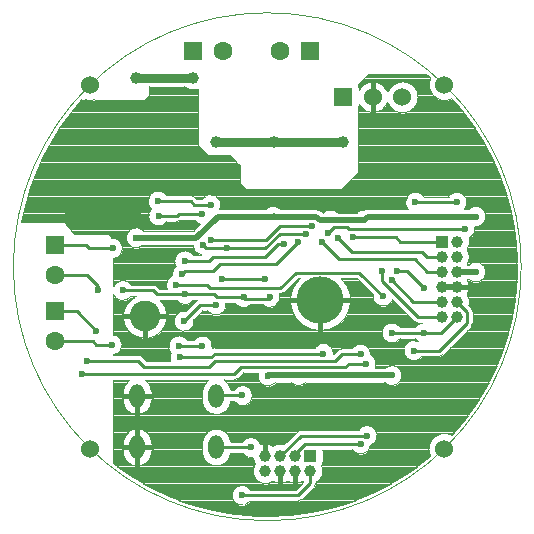
<source format=gbr>
*
*
G04 PADS 9.3 Build Number: 433611 generated Gerber (RS-274-X) file*
G04 PC Version=2.1*
*
%IN "LDC_HW_REV001.pcb"*%
*
%MOIN*%
*
%FSLAX35Y35*%
*
*
*
*
G04 PC Standard Apertures*
*
*
G04 Thermal Relief Aperture macro.*
%AMTER*
1,1,$1,0,0*
1,0,$1-$2,0,0*
21,0,$3,$4,0,0,45*
21,0,$3,$4,0,0,135*
%
*
*
G04 Annular Aperture macro.*
%AMANN*
1,1,$1,0,0*
1,0,$2,0,0*
%
*
*
G04 Odd Aperture macro.*
%AMODD*
1,1,$1,0,0*
1,0,$1-0.005,0,0*
%
*
*
G04 PC Custom Aperture Macros*
*
*
*
*
*
*
G04 PC Aperture Table*
*
%ADD010C,0.001*%
%ADD012R,0.06297X0.06297*%
%ADD013C,0.06297*%
%ADD018R,0.03937X0.03937*%
%ADD019C,0.03937*%
%ADD022O,0.05118X0.07874*%
%ADD032C,0.06*%
%ADD033R,0.06X0.06*%
%ADD035C,0.01*%
%ADD036C,0.01969*%
%ADD037C,0.0315*%
%ADD038C,0.02362*%
%ADD039C,0.00394*%
%ADD040C,0.01575*%
%ADD041C,0.15748*%
%ADD042C,0.10236*%
*
*
*
*
G04 PC Circuitry*
G04 Layer Name LDC_HW_REV001.pcb - circuitry*
%LPD*%
*
*
G04 PC Custom Flashes*
G04 Layer Name LDC_HW_REV001.pcb - flashes*
%LPD*%
*
*
G04 PC Circuitry*
G04 Layer Name LDC_HW_REV001.pcb - circuitry*
%LPD*%
*
G54D10*
G54D12*
G01X407874Y465551D03*
X323031Y400984D03*
X322835Y378937D03*
X369094Y465748D03*
G54D13*
X397874Y465551D03*
X323031Y390984D03*
X322835Y368937D03*
X379094Y465748D03*
G54D18*
X408071Y330512D03*
X451969Y401969D03*
G54D19*
X403071Y330512D03*
X398071D03*
X393071D03*
Y325512D03*
X398071D03*
X403071D03*
X408071D03*
X451969Y396969D03*
Y391969D03*
Y386969D03*
Y381969D03*
Y376969D03*
X456969D03*
Y381969D03*
Y386969D03*
Y391969D03*
Y396969D03*
Y401969D03*
X376575Y435433D03*
X396063D03*
X419094D03*
X349803Y456693D03*
X369094D03*
G54D22*
X350394Y333465D03*
X376772D03*
X350394Y350591D03*
X376772D03*
G54D32*
X334646Y454331D03*
X452756D03*
X334646Y333071D03*
X452756D03*
X428937Y450197D03*
X438780D03*
G54D33*
X419094D03*
G54D35*
X385236Y317520D02*
X403937D01*
X408071Y321654*
Y325512*
X376772Y333465D02*
X388189D01*
X398071Y330512D02*
X404961Y337402D01*
X426969*
X403071Y330512D02*
Y331287D01*
X406429Y334646*
X424803*
X331890Y357874D02*
X382681D01*
X385043Y360236*
X419643*
X420824Y361417*
X426575*
X376772Y350591D02*
Y350787D01*
X385433*
X322835Y368937D02*
X335449D01*
X336670Y367717*
X341929*
X333465Y362402D02*
X350670D01*
X352639Y360433*
X374396*
X376167Y362205*
X416196*
X418558Y364567*
X424803*
X364567Y363583D02*
X374986D01*
X376167Y364764*
X412402*
X364173Y367323D02*
X372047D01*
X442520Y365748D02*
X451050D01*
X460237Y374936*
Y378700*
X322835Y378937D02*
X330118D01*
X336614Y372441*
X365945Y375591D02*
X371260Y380906D01*
X376575*
X435236Y371654D02*
X445866D01*
X451654*
X456969Y376969*
X345472Y385827D02*
X355512D01*
X356890Y384449*
X366339*
X363386Y387598D02*
X373706D01*
X374690Y386614*
X398023*
X403141Y391732*
X424409*
X432283Y383858*
X366339Y384449D02*
X375886D01*
X376870Y383465*
X385827*
Y383071*
X394488*
Y383465*
X456969Y381969D02*
X460237Y378700D01*
X323031Y390984D02*
X333465D01*
X337205Y387244*
Y385827*
X365354Y391339D02*
X366142Y392126D01*
X375591*
X377953Y394488*
X396457*
X403937Y401969*
X366142Y395669D02*
X374282D01*
X375463Y396850*
X392913*
X397244Y401181*
X399213*
X378543Y389567D02*
X392913D01*
Y389764*
X431890Y392126D02*
Y389011D01*
X443932Y376969*
X451969*
X435236Y389173D02*
X442441Y381969D01*
X451969*
X437008Y392323D02*
X440157D01*
X445866Y386614*
X323031Y400984D02*
X333205D01*
X334386Y399803*
X342126*
X375000Y402559D02*
X393307D01*
X398031Y407283*
X408661*
X372244Y400984D02*
X373425Y399803D01*
X380315*
X393110*
X398031Y404724*
X406496*
X413976Y404921D02*
X416014Y406959D01*
X420404*
X421063Y406299*
X459646*
X411811Y401969D02*
X417618Y396161D01*
X442815*
X447008Y391969*
X451969*
X417323Y403150D02*
X421949Y398524D01*
X445285*
X446840Y396969*
X451969*
X422441Y403543D02*
X436453D01*
X438028Y401969*
X451969*
X357283Y415551D02*
X368244D01*
X369426Y414370*
X374803*
X357480Y410630D02*
X363547D01*
X364137Y411220*
X372047*
X443110Y415157D02*
X456890D01*
G54D36*
X393898Y357283D02*
X394094Y357480D01*
X404134*
X435236*
X451969Y386969D02*
X456969D01*
Y391969D02*
X463150D01*
X463189Y391929*
X350000Y403346D02*
X370079D01*
X377165Y410433*
X395669*
X327362Y410630D02*
X350984D01*
X395669Y410433D02*
X395866Y410630D01*
X396063Y410433*
X409961*
X411142Y409252*
X414764*
X425787*
X425886Y409154*
X425984Y409252*
X427165Y410433*
X463189*
G54D37*
X376575Y435433D02*
X396063D01*
X419094*
X349803Y456693D02*
X369094D01*
G54D38*
X385236Y317520D03*
X388189Y333465D03*
X426969Y337402D03*
X424803Y334646D03*
X331890Y357874D03*
X385433Y350787D03*
X393898Y357283D03*
X404134Y357480D03*
X435236D03*
X333465Y362402D03*
X341929Y367717D03*
X364567Y363583D03*
X364173Y367323D03*
X372047D03*
X412402Y364764D03*
X424803Y364567D03*
X426575Y361417D03*
X442520Y365748D03*
X336614Y372441D03*
X365945Y375591D03*
X435236Y371654D03*
X445866D03*
X337205Y385827D03*
X345472D03*
X363386Y387598D03*
X366339Y384449D03*
X376575Y380906D03*
X385827Y383465D03*
X394488D03*
X432283Y383858D03*
X445866Y386614D03*
X365354Y391339D03*
X366142Y395669D03*
X378543Y389567D03*
X392913D03*
X431890Y392126D03*
X435236Y389173D03*
X437008Y392323D03*
X463189Y391929D03*
X342126Y399803D03*
X350000Y403346D03*
X375000Y402559D03*
X372244Y400984D03*
X380315Y399803D03*
X408661Y407283D03*
X403937Y401969D03*
X399213Y401181D03*
X406496Y404724D03*
X413976Y404921D03*
X411811Y401969D03*
X417323Y403150D03*
X422441Y403543D03*
X459646Y406299D03*
X327362Y410630D03*
X357283Y415551D03*
X357480Y410630D03*
X350984D03*
X374803Y414370D03*
X372047Y411220D03*
X395669Y410433D03*
X414764Y409252D03*
X425984D03*
X443110Y415157D03*
X456890D03*
X463189Y410433D03*
G54D39*
X455261Y337658D02*
G75*
G03Y449743I-61560J56043D01*
X455213Y449751I-29J-26*
G01X448113Y456666D02*
G03X455213Y449751I4643J-2335D01*
G01X448113Y456666D02*
G03X448104Y456714I-35J18D01*
X446742Y457865I-54403J-63013*
G01X446741D02*
G03X446716Y457874I-25J-30D01*
G01X427263*
G03X427235Y457862I0J-39*
G01X424027Y454654*
G03X424016Y454627I28J-27*
G01Y454272*
G03X424021Y454253I39J0*
G01X424291Y453197D02*
G03X424021Y454253I-2197J-0D01*
G01X424291Y453197D02*
Y452687D01*
G03X424365Y452668I40J-0*
G01X433821Y451972D02*
G03X424365Y452668I-4884J-1775D01*
G01X433821Y451972D02*
G03X433895I37J14D01*
G01Y448422D02*
G03Y451972I4885J1775D01*
G01Y448422D02*
G03X433821I-37J-14D01*
G01X424365Y447726D02*
G03X433821Y448422I4572J2471D01*
G01X424365Y447726D02*
G03X424291Y447707I-34J-19D01*
G01Y447197*
X424021Y446140D02*
G03X424291Y447197I-1927J1057D01*
G01X424021Y446140D02*
G03X424016Y446121I34J-19D01*
G01Y425312*
X418192Y419488*
X386729*
X384449Y421769*
Y427658*
G03X384437Y427686I-40J0*
G01X381229Y430894*
G03X381201Y430906I-28J-28*
G01X373934*
X370669Y434170*
Y452779*
G03X370616Y452815I-39J-0*
G01X366187Y453710D02*
G03X370616Y452815I2907J2983D01*
G01X366187Y453710D02*
G03X366160Y453721I-27J-28D01*
G01X354370*
G03X354331Y453682I0J-39*
G01Y451107*
X352845Y449409*
X336322*
G03X336309Y449407I0J-39*
G01X332982D02*
G03X336309I1664J4924D01*
G01X332982D02*
G03X332969Y449409I-13J-37D01*
G01X331856*
G03X331827Y449396I0J-39*
X311780Y408511I61874J-55695*
X311819Y408465I39J-7*
G01X326072*
X329407Y404738*
G03X329436Y404724I29J26*
G01X340851*
X341922Y403194*
G03X341956Y403177I32J22*
G01X342359Y396433D02*
G03X341956Y403177I-233J3370D01*
G01X342359Y396433D02*
G03X342323Y396394I3J-39D01*
G01Y387243*
G03X342398Y387226I39J-0*
G01X348256Y387741D02*
G03X342398Y387226I-2784J-1914D01*
G01X348256Y387741D02*
G03X348288Y387724I32J22D01*
G01X355512*
X356853Y387168D02*
G03X355512Y387724I-1341J-1341D01*
G01X356853Y387168D02*
X357664Y386357D01*
G03X357692Y386346I28J28*
G01X360191*
G03X360228Y386399I0J39*
G01X362010Y390683D02*
G03X360228Y386399I1376J-3085D01*
G01X362010Y390683D02*
G03X362032Y390726I-16J36D01*
G01X363201Y393941D02*
G03X362032Y390726I2153J-2602D01*
G01X363201Y393941D02*
G03X363210Y393991I-25J31D01*
G01X368925Y397583D02*
G03X363210Y393991I-2783J-1914D01*
G01X368925Y397583D02*
G03X368958Y397566I33J23D01*
G01X371732*
G03X371738Y397644I-0J40*
G01X368867Y400927D02*
G03X371738Y397644I3377J57D01*
G01X368867Y400927D02*
G03X368827Y400965I-40J-1D01*
G01X352412*
G03X352385Y400954I0J-39*
G01Y405739D02*
G03Y400954I-2385J-2393D01*
G01Y405739D02*
G03X352412Y405728I27J28D01*
G01X369076*
G03X369104Y405739I0J39*
G01X371243Y407878*
G03X371225Y407944I-28J28*
G01X369264Y409307D02*
G03X371225Y407944I2783J1913D01*
G01X369264Y409307D02*
G03X369231Y409324I-33J-23D01*
G01X364939*
G03X364912Y409312I0J-40*
G01X364888Y409289*
X363547Y408733D02*
G03X364888Y409289I-0J1897D01*
G01X363547Y408733D02*
X360296D01*
G03X360264Y408716I0J-39*
G01X355043Y412969D02*
G03X360264Y408716I2437J-2339D01*
G01X355043Y412969D02*
G03X355041Y413025I-29J27D01*
G01X360067Y417465D02*
G03X355041Y413025I-2784J-1914D01*
G01X360067Y417465D02*
G03X360099Y417448I32J22D01*
G01X368244*
X369586Y416892D02*
G03X368244Y417448I-1342J-1341D01*
G01X369586Y416892D02*
X370200Y416278D01*
G03X370228Y416267I28J28*
G01X371987*
G03X372020Y416284I0J39*
G01X377830Y412871D02*
G03X372020Y416284I-3027J1499D01*
G01X377830Y412871D02*
G03X377866Y412814I36J-17D01*
G01X393257*
G03X393285Y412826I-0J40*
G01X398054D02*
G03X393285I-2385J-2393D01*
G01X398054D02*
G03X398082Y412814I28J28D01*
G01X409961*
X411645Y412117D02*
G03X409961Y412814I-1684J-1684D01*
G01X411645Y412117D02*
X412117Y411645D01*
G03X412145Y411633I28J27*
G01X412351*
G03X412379Y411645I0J39*
G01X417148D02*
G03X412379I-2384J-2393D01*
G01X417148D02*
G03X417176Y411633I28J27D01*
G01X423572*
G03X423600Y411645I-0J39*
G01X426217Y412622D02*
G03X423600Y411645I-233J-3370D01*
G01X426217Y412622D02*
G03X426235Y412625I3J39D01*
G01X427165Y412814D02*
G03X426235Y412625I0J-2381D01*
G01X427165Y412814D02*
X440586D01*
G03X440615Y412880I0J40*
G01X445894Y417071D02*
G03X440615Y412880I-2784J-1914D01*
G01X445894Y417071D02*
G03X445926Y417054I32J23D01*
G01X454074*
G03X454106Y417071I-0J40*
G01X459385Y412880D02*
G03X454106Y417071I-2495J2277D01*
G01X459385Y412880D02*
G03X459414Y412814I29J-26D01*
G01X460777*
G03X460804Y412826I-0J40*
G01X462988Y407061D02*
G03X460804Y412826I201J3372D01*
G01X462988Y407061D02*
G03X462947Y407013I-2J-39D01*
G01X460985Y403198D02*
G03X462947Y407013I-1339J3101D01*
G01X460985Y403198D02*
G03X460963Y403151I15J-36D01*
G01X460318Y399492D02*
G03X460963Y403151I-3349J2477D01*
G01X460318Y399492D02*
G03Y399445I31J-23D01*
G01Y394492D02*
G03Y399445I-3349J2477D01*
G01Y394492D02*
G03Y394445I31J-23D01*
G01X460374Y394366D02*
G03X460318Y394445I-3405J-2397D01*
G01X460374Y394366D02*
G03X460407Y394350I33J23D01*
G01X460817*
G03X460844Y394361I-0J39*
G01X460766Y389575D02*
G03X460844Y394361I2423J2354D01*
G01X460766Y389575D02*
G03X460738Y389587I-28J-27D01*
G01X460407*
G03X460374Y389571I-0J-39*
G01X460318Y389492D02*
G03X460374Y389571I-3349J2477D01*
G01X460318Y389492D02*
G03Y389445I31J-23D01*
G01Y384492D02*
G03Y389445I-3349J2477D01*
G01Y384492D02*
G03Y384445I31J-23D01*
G01X460939Y380710D02*
G03X460318Y384445I-3970J1259D01*
G01X460939Y380710D02*
G03X460949Y380671I38J-12D01*
G01X461578Y380041*
X462134Y378700D02*
G03X461578Y380041I-1897J0D01*
G01X462134Y378700D02*
Y374936D01*
X461578Y373594D02*
G03X462134Y374936I-1341J1342D01*
G01X461578Y373594D02*
X452391Y364407D01*
X451050Y363851D02*
G03X452391Y364407I-0J1897D01*
G01X451050Y363851D02*
X445336D01*
G03X445303Y363834I-0J-39*
G01X443830Y368862D02*
G03X445303Y363834I-1310J-3114D01*
G01X443830Y368862D02*
G03X443868Y368930I15J36D01*
G01X443083Y369740D02*
G03X443868Y368930I2783J1914D01*
G01X443083Y369740D02*
G03X443050Y369757I-33J-23D01*
G01X438052*
G03X438020Y369740I0J-40*
G01Y373567D02*
G03Y369740I-2784J-1913D01*
G01Y373567D02*
G03X438052Y373550I32J23D01*
G01X443050*
G03X443083Y373567I0J40*
G01X445360Y374993D02*
G03X443083Y373567I506J-3339D01*
G01X445360Y374993D02*
G03X445354Y375072I-6J39D01*
G01X443932*
X442591Y375627D02*
G03X443932Y375072I1341J1342D01*
G01X442591Y375627D02*
X435517Y382701D01*
G03X435452Y382687I-28J-27*
G01X428962Y384473D02*
G03X435452Y382687I3321J-615D01*
G01X428962Y384473D02*
G03X428951Y384508I-39J7D01*
G01X423635Y389824*
G03X423607Y389835I-28J-28*
G01X418396*
G03X418369Y389768I-0J-39*
G01X404466D02*
G03X418369I6951J-7288D01*
G01X404466D02*
G03X404439Y389835I-27J28D01*
G01X403943*
G03X403916Y389824I0J-39*
G01X399365Y385273*
X398023Y384717D02*
G03X399365Y385273I0J1897D01*
G01X398023Y384717D02*
X397683D01*
G03X397646Y384664I-0J-39*
G01X392017Y381161D02*
G03X397646Y384664I2471J2304D01*
G01X392017Y381161D02*
G03X391988Y381174I-29J-26D01*
G01X388327*
G03X388298Y381161I-0J-39*
G01X383043Y381551D02*
G03X388298Y381161I2784J1914D01*
G01X383043Y381551D02*
G03X383011Y381568I-32J-23D01*
G01X379935*
G03X379896Y381521I-0J-40*
G01X373791Y378992D02*
G03X379896Y381521I2784J1914D01*
G01X373791Y378992D02*
G03X373759Y379009I-32J-23D01*
G01X372062*
G03X372034Y378997I-0J-40*
G01X369277Y376240*
G03X369266Y376205I28J-27*
G01X366560Y378912D02*
G03X369266Y376205I-615J-3321D01*
G01X366560Y378912D02*
G03X366595Y378923I7J39D01*
G01X369919Y382247*
X370202Y382480D02*
G03X369919Y382247I1058J-1574D01*
G01X370202Y382480D02*
G03X370180Y382552I-22J33D01*
G01X369154*
G03X369122Y382535I0J-39*
G01X363555D02*
G03X369122I2784J1914D01*
G01X363555D02*
G03X363523Y382552I-32J-22D01*
G01X358002*
G03X357975Y382484I-0J-39*
G01X349992Y383855D02*
G03X357975Y382484I2961J-6690D01*
G01X349992Y383855D02*
G03X349976Y383930I-16J36D01*
G01X348288*
G03X348256Y383913I0J-39*
G01X342398Y384427D02*
G03X348256Y383913I3074J1400D01*
G01X342398Y384427D02*
G03X342323Y384411I-36J-16D01*
G01Y371106*
G03X342357Y371067I39J0*
G01X342436Y364377D02*
G03X342357Y371067I-507J3340D01*
G01X342436Y364377D02*
G03X342441Y364298I5J-39D01*
G01X350670*
X352012Y363743D02*
G03X350670Y364298I-1342J-1341D01*
G01X352012Y363743D02*
X353413Y362341D01*
G03X353441Y362330I28J28*
G01X361372*
G03X361409Y362383I0J39*
G01X361567Y365136D02*
G03X361409Y362383I3000J-1553D01*
G01X361567Y365136D02*
G03X361563Y365179I-35J18D01*
G01X366957Y369237D02*
G03X361563Y365179I-2784J-1914D01*
G01X366957Y369237D02*
G03X366989Y369220I32J22D01*
G01X369231*
G03X369264Y369237I0J39*
G01X375333Y366538D02*
G03X369264Y369237I-3286J785D01*
G01X375333Y366538D02*
G03X375387Y366493I38J-9D01*
G01X376167Y366661D02*
G03X375387Y366493I0J-1897D01*
G01X376167Y366661D02*
X409586D01*
G03X409618Y366678I-0J39*
G01X415774Y364562D02*
G03X409618Y366678I-3372J202D01*
G01X415774Y364562D02*
G03X415841Y364532I39J-2D01*
G01X417217Y365908*
X418558Y366464D02*
G03X417217Y365908I0J-1897D01*
G01X418558Y366464D02*
X421987D01*
G03X422020Y366481I0J39*
G01X428178Y364416D02*
G03X422020Y366481I-3375J151D01*
G01X428178Y364416D02*
G03X428198Y364380I39J-2D01*
G01X429602Y359918D02*
G03X428198Y364380I-3027J1499D01*
G01X429602Y359918D02*
G03X429637Y359861I35J-17D01*
G01X432824*
G03X432852Y359873I-0J40*
G01Y355088D02*
G03Y359873I2384J2392D01*
G01Y355088D02*
G03X432824Y355099I-28J-28D01*
G01X406546*
G03X406518Y355088I0J-39*
G01X401749D02*
G03X406518I2385J2392D01*
G01X401749D02*
G03X401722Y355099I-27J-28D01*
G01X396493*
G03X396463Y355085I-0J-39*
G01X390673Y358288D02*
G03X396463Y355085I3225J-1005D01*
G01X390673Y358288D02*
G03X390635Y358339I-38J12D01*
G01X385845*
G03X385817Y358328I-0J-39*
G01X384022Y356533*
X382681Y355977D02*
G03X384022Y356533I-0J1897D01*
G01X382681Y355977D02*
X379462D01*
G03X379440Y355905I0J-39*
G01X381468Y352717D02*
G03X379440Y355905I-4696J-748D01*
G01X381468Y352717D02*
G03X381507Y352684I39J7D01*
G01X382617*
G03X382650Y352701I0J40*
G01Y348873D02*
G03Y352701I2783J1914D01*
G01Y348873D02*
G03X382617Y348891I-33J-22D01*
G01X381553*
G03X381514Y348854I0J-40*
G01X372016Y349213D02*
G03X381514Y348854I4756J-0D01*
G01X372016Y349213D02*
Y351969D01*
X374103Y355905D02*
G03X372016Y351969I2669J-3936D01*
G01X374103Y355905D02*
G03X374081Y355977I-22J33D01*
G01X353084*
G03X353062Y355905I0J-39*
G01X355150Y351969D02*
G03X353062Y355905I-4756J-0D01*
G01X355150Y351969D02*
Y349213D01*
X345638D02*
G03X355150I4756J-0D01*
G01X345638D02*
Y351969D01*
X347725Y355905D02*
G03X345638Y351969I2669J-3936D01*
G01X347725Y355905D02*
G03X347703Y355977I-22J33D01*
G01X342362*
G03X342323Y355938I0J-39*
G01Y328217*
G03X342338Y328186I39J-0*
X448104Y330688I51363J65515*
X448113Y330735I-26J30*
G01X455213Y337650D02*
G03X448113Y330735I-2457J-4579D01*
G01X455213Y337650D02*
G03X455261Y337658I19J35D01*
G01X428179Y334248D02*
G03X424185Y339316I-1210J3154D01*
G01X428179Y334248D02*
G03X428154Y334216I14J-37D01*
G01X422020Y332732D02*
G03X428154Y334216I2783J1914D01*
G01X422020Y332732D02*
G03X421987Y332749I-33J-23D01*
G01X412264*
G03X412225Y332705I-0J-40*
G01X412236Y332480D02*
G03X412225Y332705I-2197J0D01*
G01X412236Y332480D02*
Y328543D01*
X411853Y327303D02*
G03X412236Y328543I-1814J1240D01*
G01X411853Y327303D02*
G03X411850Y327264I32J-22D01*
G01X409989Y321814D02*
G03X411850Y327264I-1918J3698D01*
G01X409989Y321814D02*
G03X409968Y321779I18J-35D01*
G01Y321654*
X409412Y320312D02*
G03X409968Y321654I-1341J1342D01*
G01X409412Y320312D02*
X405278Y316178D01*
X403937Y315623D02*
G03X405278Y316178I0J1897D01*
G01X403937Y315623D02*
X388052D01*
G03X388020Y315606I0J-40*
G01Y319434D02*
G03Y315606I-2784J-1914D01*
G01Y319434D02*
G03X388052Y319417I32J22D01*
G01X403135*
G03X403163Y319428I-0J39*
G01X405739Y322004*
G03X405733Y322064I-28J28*
G01X405594Y322163D02*
G03X405733Y322064I2477J3349D01*
G01X405594Y322163D02*
G03X405547I-23J-32D01*
G01X400594D02*
G03X405547I2477J3349D01*
G01X400594D02*
G03X400547I-23J-32D01*
G01X395594D02*
G03X400547I2477J3349D01*
G01X395594D02*
G03X395547I-23J-32D01*
G01X389722Y327988D02*
G03X395547Y322163I3349J-2476D01*
G01X389722Y327988D02*
G03Y328035I-32J24D01*
G01X388924Y330122D02*
G03X389722Y328035I4147J390D01*
G01X388924Y330122D02*
G03X388877Y330157I-39J-3D01*
G01X385406Y331551D02*
G03X388877Y330157I2783J1914D01*
G01X385406Y331551D02*
G03X385373Y331568I-33J-23D01*
G01X381534*
G03X381495Y331533I0J-40*
G01X372016Y332087D02*
G03X381495Y331533I4756J-0D01*
G01X372016Y332087D02*
Y334843D01*
X381495Y335396D02*
G03X372016Y334843I-4723J-553D01*
G01X381495Y335396D02*
G03X381534Y335361I39J5D01*
G01X385373*
G03X385406Y335379I0J40*
G01X391437Y334391D02*
G03X385406Y335378I-3248J-926D01*
G01X391437Y334391D02*
G03X391490Y334366I38J11D01*
G01X395547Y333861D02*
G03X391490Y334366I-2476J-3349D01*
G01X395547Y333861D02*
G03X395594I24J32D01*
G01X399329Y334483D02*
G03X395594Y333861I-1258J-3971D01*
G01X399329Y334483D02*
G03X399369Y334492I12J37D01*
G01X403619Y338743*
X404961Y339298D02*
G03X403619Y338743I-0J-1896D01*
G01X404961Y339298D02*
X424153D01*
G03X424185Y339316I-0J40*
G01X355150Y334843D02*
Y332087D01*
X345638D02*
G03X355150I4756J-0D01*
G01X345638D02*
Y334843D01*
X355150D02*
G03X345638I-4756J-0D01*
G01X466054Y393718D02*
X476950D01*
X466247Y393364D02*
X476949D01*
X465800Y394073D02*
X476949D01*
X466389Y393010D02*
X476947D01*
X465463Y394427D02*
X476946D01*
X466488Y392655D02*
X476943D01*
X464999Y394781D02*
X476943D01*
X466546Y392301D02*
X476938D01*
X464251Y395136D02*
X476937D01*
X466567Y391947D02*
X476931D01*
X460863Y395490D02*
X476930D01*
X466550Y391592D02*
X476923D01*
X460979Y395844D02*
X476922D01*
X466496Y391238D02*
X476913D01*
X461062Y396199D02*
X476912D01*
X466401Y390884D02*
X476902D01*
X461113Y396553D02*
X476901D01*
X466263Y390529D02*
X476889D01*
X461133Y396907D02*
X476888D01*
X466076Y390175D02*
X476875D01*
X461124Y397262D02*
X476873D01*
X465828Y389821D02*
X476859D01*
X461083Y397616D02*
X476857D01*
X465501Y389466D02*
X476842D01*
X461012Y397970D02*
X476840D01*
X465053Y389112D02*
X476823D01*
X460907Y398325D02*
X476821D01*
X464352Y388758D02*
X476803D01*
X460766Y398679D02*
X476801D01*
X460879Y388403D02*
X476781D01*
X460586Y399033D02*
X476779D01*
X460991Y388049D02*
X476758D01*
X460359Y399388D02*
X476755D01*
X461070Y387695D02*
X476733D01*
X460489Y399742D02*
X476730D01*
X461117Y387340D02*
X476706D01*
X460689Y400096D02*
X476704D01*
X461134Y386986D02*
X476678D01*
X460847Y400451D02*
X476675D01*
X461120Y386632D02*
X476649D01*
X460968Y400805D02*
X476646D01*
X461076Y386277D02*
X476618D01*
X461055Y401159D02*
X476615D01*
X461001Y385923D02*
X476585D01*
X461109Y401514D02*
X476582D01*
X460892Y385569D02*
X476551D01*
X461133Y401868D02*
X476548D01*
X460747Y385214D02*
X476516D01*
X461126Y402222D02*
X476512D01*
X460561Y384860D02*
X476479D01*
X461089Y402577D02*
X476475D01*
X460328Y384506D02*
X476440D01*
X461021Y402931D02*
X476436D01*
X460516Y384151D02*
X476400D01*
X461171Y403285D02*
X476396D01*
X460711Y383797D02*
X476358D01*
X461728Y403640D02*
X476354D01*
X460864Y383443D02*
X476315D01*
X462115Y403994D02*
X476311D01*
X460980Y383088D02*
X476270D01*
X462403Y404348D02*
X476266D01*
X461063Y382734D02*
X476224D01*
X462623Y404703D02*
X476219D01*
X461114Y382380D02*
X476176D01*
X462787Y405057D02*
X476171D01*
X461133Y382025D02*
X476127D01*
X462905Y405411D02*
X476122D01*
X461123Y381671D02*
X476076D01*
X462981Y405766D02*
X476071D01*
X461083Y381317D02*
X476023D01*
X463019Y406120D02*
X476018D01*
X461011Y380962D02*
X475969D01*
X463019Y406474D02*
X475964D01*
X461011Y380608D02*
X475914D01*
X462982Y406829D02*
X475908D01*
X461366Y380254D02*
X475856D01*
X464110Y407183D02*
X475851D01*
X461706Y379899D02*
X475798D01*
X464928Y407537D02*
X475792D01*
X461935Y379545D02*
X475737D01*
X465414Y407892D02*
X475731D01*
X462069Y379191D02*
X475675D01*
X465763Y408246D02*
X475669D01*
X462129Y378837D02*
X475612D01*
X466027Y408600D02*
X475605D01*
X462134Y378482D02*
X475547D01*
X466226Y408955D02*
X475540D01*
X462134Y378128D02*
X475480D01*
X466374Y409309D02*
X475473D01*
X462134Y377774D02*
X475412D01*
X466478Y409663D02*
X475405D01*
X462134Y377419D02*
X475342D01*
X466541Y410018D02*
X475335D01*
X462134Y377065D02*
X475270D01*
X466566Y410372D02*
X475263D01*
X462134Y376711D02*
X475197D01*
X466554Y410726D02*
X475190D01*
X462134Y376356D02*
X475123D01*
X466504Y411081D02*
X475115D01*
X462134Y376002D02*
X475046D01*
X466415Y411435D02*
X475039D01*
X462134Y375648D02*
X474969D01*
X466283Y411789D02*
X474961D01*
X462134Y375293D02*
X474889D01*
X466102Y412144D02*
X474881D01*
X462134Y374939D02*
X474808D01*
X465862Y412498D02*
X474800D01*
X462101Y374585D02*
X474725D01*
X465547Y412852D02*
X474717D01*
X461998Y374230D02*
X474641D01*
X465117Y413207D02*
X474632D01*
X461810Y373876D02*
X474555D01*
X464465Y413561D02*
X474546D01*
X461506Y373522D02*
X474467D01*
X460031Y413915D02*
X474458D01*
X461151Y373167D02*
X474378D01*
X460149Y414270D02*
X474369D01*
X460797Y372813D02*
X474287D01*
X460225Y414624D02*
X474277D01*
X460443Y372459D02*
X474194D01*
X460263Y414978D02*
X474185D01*
X460088Y372104D02*
X474099D01*
X460263Y415333D02*
X474090D01*
X459734Y371750D02*
X474003D01*
X460226Y415687D02*
X473994D01*
X459380Y371396D02*
X473906D01*
X460150Y416041D02*
X473896D01*
X459025Y371041D02*
X473806D01*
X460033Y416396D02*
X473796D01*
X458671Y370687D02*
X473705D01*
X459869Y416750D02*
X473695D01*
X458317Y370333D02*
X473603D01*
X459650Y417104D02*
X473592D01*
X457962Y369978D02*
X473498D01*
X459363Y417459D02*
X473488D01*
X457608Y369624D02*
X473392D01*
X458978Y417813D02*
X473381D01*
X457254Y369270D02*
X473284D01*
X458423Y418167D02*
X473273D01*
X456899Y368915D02*
X473174D01*
X457196Y418522D02*
X473163D01*
X456545Y368561D02*
X473063D01*
X357881Y418876D02*
X473052D01*
X456191Y368207D02*
X472950D01*
X314463Y419230D02*
X472938D01*
X455836Y367852D02*
X472835D01*
X418288Y419585D02*
X472823D01*
X455482Y367498D02*
X472718D01*
X418642Y419939D02*
X472707D01*
X455128Y367144D02*
X472600D01*
X418997Y420293D02*
X472588D01*
X454773Y366789D02*
X472480D01*
X419351Y420648D02*
X472468D01*
X454419Y366435D02*
X472358D01*
X419705Y421002D02*
X472346D01*
X454065Y366081D02*
X472234D01*
X420060Y421356D02*
X472222D01*
X453710Y365726D02*
X472109D01*
X420414Y421711D02*
X472096D01*
X453356Y365372D02*
X471981D01*
X420768Y422065D02*
X471969D01*
X453002Y365018D02*
X471852D01*
X421123Y422419D02*
X471839D01*
X452647Y364663D02*
X471721D01*
X421477Y422774D02*
X471708D01*
X452285Y364309D02*
X471588D01*
X421831Y423128D02*
X471575D01*
X451667Y363955D02*
X471454D01*
X422186Y423482D02*
X471440D01*
X445127Y363600D02*
X471317D01*
X422540Y423837D02*
X471304D01*
X444789Y363246D02*
X471179D01*
X422894Y424191D02*
X471165D01*
X444323Y362892D02*
X471039D01*
X423249Y424545D02*
X471025D01*
X443569Y362537D02*
X470897D01*
X423603Y424899D02*
X470882D01*
X429865Y362183D02*
X470753D01*
X423957Y425254D02*
X470738D01*
X429928Y361829D02*
X470607D01*
X424016Y425608D02*
X470592D01*
X429952Y361474D02*
X470459D01*
X424016Y425962D02*
X470444D01*
X429940Y361120D02*
X470309D01*
X424016Y426317D02*
X470294D01*
X436022Y360766D02*
X470158D01*
X424016Y426671D02*
X470142D01*
X436916Y360411D02*
X470004D01*
X424016Y427025D02*
X469989D01*
X437421Y360057D02*
X469848D01*
X424016Y427380D02*
X469833D01*
X437780Y359703D02*
X469691D01*
X424016Y427734D02*
X469675D01*
X438051Y359348D02*
X469531D01*
X424016Y428088D02*
X469515D01*
X438256Y358994D02*
X469370D01*
X424016Y428443D02*
X469354D01*
X438409Y358640D02*
X469206D01*
X424016Y428797D02*
X469190D01*
X438517Y358285D02*
X469041D01*
X424016Y429151D02*
X469024D01*
X438584Y357931D02*
X468873D01*
X424016Y429506D02*
X468856D01*
X438613Y357577D02*
X468704D01*
X424016Y429860D02*
X468687D01*
X438604Y357222D02*
X468532D01*
X424016Y430214D02*
X468515D01*
X438558Y356868D02*
X468358D01*
X424016Y430569D02*
X468341D01*
X438473Y356514D02*
X468182D01*
X424016Y430923D02*
X468165D01*
X438345Y356159D02*
X468004D01*
X424016Y431277D02*
X467986D01*
X438169Y355805D02*
X467824D01*
X424016Y431632D02*
X467806D01*
X437936Y355451D02*
X467642D01*
X424016Y431986D02*
X467624D01*
X437629Y355096D02*
X467458D01*
X424016Y432340D02*
X467439D01*
X437214Y354742D02*
X467271D01*
X424016Y432695D02*
X467252D01*
X436595Y354388D02*
X467082D01*
X424016Y433049D02*
X467063D01*
X394818Y354033D02*
X466891D01*
X424016Y433403D02*
X466872D01*
X387179Y353679D02*
X466698D01*
X424016Y433758D02*
X466679D01*
X387663Y353325D02*
X466503D01*
X424016Y434112D02*
X466483D01*
X388011Y352970D02*
X466305D01*
X424016Y434466D02*
X466285D01*
X388273Y352616D02*
X466105D01*
X424016Y434821D02*
X466085D01*
X388472Y352262D02*
X465903D01*
X424016Y435175D02*
X465883D01*
X388620Y351907D02*
X465699D01*
X424016Y435529D02*
X465678D01*
X388723Y351553D02*
X465492D01*
X424016Y435884D02*
X465471D01*
X388786Y351199D02*
X465282D01*
X424016Y436238D02*
X465262D01*
X388811Y350844D02*
X465071D01*
X424016Y436592D02*
X465050D01*
X388798Y350490D02*
X464857D01*
X424016Y436947D02*
X464836D01*
X388748Y350136D02*
X464641D01*
X424016Y437301D02*
X464619D01*
X388658Y349781D02*
X464422D01*
X424016Y437655D02*
X464400D01*
X388525Y349427D02*
X464200D01*
X424016Y438010D02*
X464178D01*
X388343Y349073D02*
X463977D01*
X424016Y438364D02*
X463954D01*
X388103Y348718D02*
X463750D01*
X424016Y438718D02*
X463728D01*
X387786Y348364D02*
X463522D01*
X424016Y439073D02*
X463499D01*
X387355Y348010D02*
X463290D01*
X424016Y439427D02*
X463267D01*
X386698Y347655D02*
X463056D01*
X424016Y439781D02*
X463033D01*
X381127Y347301D02*
X462820D01*
X424016Y440136D02*
X462796D01*
X380953Y346947D02*
X462581D01*
X424016Y440490D02*
X462557D01*
X380741Y346592D02*
X462339D01*
X424016Y440844D02*
X462315D01*
X460709Y395136D02*
X462127D01*
X380483Y346238D02*
X462094D01*
X424016Y441199D02*
X462070D01*
X460730Y388758D02*
X462026D01*
X459867Y413561D02*
X461913D01*
X380168Y345884D02*
X461847D01*
X424016Y441553D02*
X461822D01*
X379780Y345529D02*
X461597D01*
X424016Y441907D02*
X461572D01*
X460513Y394781D02*
X461379D01*
X379285Y345175D02*
X461344D01*
X460540Y389112D02*
X461325D01*
X424016Y442262D02*
X461319D01*
X459647Y413207D02*
X461261D01*
X378597Y344821D02*
X461089D01*
X424016Y442616D02*
X461063D01*
X460331Y394427D02*
X460915D01*
X460310Y389466D02*
X460877D01*
X459374Y412852D02*
X460831D01*
X377076Y344466D02*
X460830D01*
X424016Y442970D02*
X460804D01*
X342323Y344112D02*
X460569D01*
X424016Y443325D02*
X460543D01*
X342323Y343758D02*
X460305D01*
X424016Y443679D02*
X460278D01*
X342323Y343403D02*
X460037D01*
X424016Y444033D02*
X460011D01*
X342323Y343049D02*
X459767D01*
X424016Y444388D02*
X459740D01*
X342323Y342695D02*
X459494D01*
X424016Y444742D02*
X459467D01*
X342323Y342340D02*
X459218D01*
X439776Y445096D02*
X459190D01*
X342323Y341986D02*
X458938D01*
X440896Y445451D02*
X458911D01*
X342323Y341632D02*
X458656D01*
X441558Y445805D02*
X458628D01*
X342323Y341277D02*
X458370D01*
X442052Y446159D02*
X458342D01*
X342323Y340923D02*
X458082D01*
X442446Y446514D02*
X458053D01*
X428143Y340569D02*
X457789D01*
X442770Y446868D02*
X457760D01*
X428839Y340214D02*
X457494D01*
X443041Y447222D02*
X457464D01*
X429285Y339860D02*
X457195D01*
X443268Y447577D02*
X457165D01*
X429611Y339506D02*
X456893D01*
X443456Y447931D02*
X456863D01*
X429858Y339151D02*
X456587D01*
X443416Y418522D02*
X456584D01*
X443612Y448285D02*
X456557D01*
X430045Y338797D02*
X456278D01*
X443738Y448640D02*
X456247D01*
X430182Y338443D02*
X455966D01*
X443835Y448994D02*
X455934D01*
X454109Y338088D02*
X455649D01*
X454233Y449348D02*
X455618D01*
X444644Y418167D02*
X455356D01*
X455050Y337734D02*
X455329D01*
X455120Y449703D02*
X455297D01*
X445198Y417813D02*
X454802D01*
X445583Y417459D02*
X454417D01*
X445871Y417104D02*
X454129D01*
X430276Y338088D02*
X451403D01*
X443907Y449348D02*
X451278D01*
X430330Y337734D02*
X450462D01*
X443953Y449703D02*
X450392D01*
X430346Y337380D02*
X449851D01*
X443975Y450057D02*
X449799D01*
X430325Y337025D02*
X449384D01*
X443972Y450411D02*
X449343D01*
X430267Y336671D02*
X449008D01*
X443945Y450766D02*
X448975D01*
X430168Y336317D02*
X448697D01*
X443894Y451120D02*
X448670D01*
X430025Y335962D02*
X448438D01*
X443817Y451474D02*
X448414D01*
X429831Y335608D02*
X448221D01*
X443714Y451829D02*
X448201D01*
X412236Y330648D02*
X448057D01*
X429576Y335254D02*
X448040D01*
X443582Y452183D02*
X448024D01*
X426162Y456789D02*
X448017D01*
X425808Y456435D02*
X448004D01*
X412236Y331002D02*
X447989D01*
X429238Y334899D02*
X447891D01*
X443420Y452537D02*
X447878D01*
X425453Y456081D02*
X447863D01*
X425571Y331356D02*
X447850D01*
X428772Y334545D02*
X447773D01*
X443223Y452892D02*
X447762D01*
X425099Y455726D02*
X447750D01*
X426475Y331711D02*
X447740D01*
X428150Y334191D02*
X447681D01*
X442988Y453246D02*
X447674D01*
X439255Y455372D02*
X447664D01*
X426983Y332065D02*
X447657D01*
X412236Y330293D02*
X447644D01*
X428083Y333837D02*
X447616D01*
X442707Y453600D02*
X447611D01*
X440721Y455018D02*
X447605D01*
X426516Y457144D02*
X447602D01*
X427344Y332419D02*
X447600D01*
X427974Y333482D02*
X447575D01*
X442369Y453955D02*
X447573D01*
X441436Y454663D02*
X447570D01*
X427615Y332774D02*
X447568D01*
X427821Y333128D02*
X447559D01*
X441957Y454309D02*
X447559D01*
X412236Y329939D02*
X447224D01*
X426871Y457498D02*
X447182D01*
X412236Y329585D02*
X446799D01*
X427225Y457852D02*
X446757D01*
X412236Y329230D02*
X446369D01*
X412236Y328876D02*
X445932D01*
X412236Y328522D02*
X445489D01*
X436022Y374939D02*
X445080D01*
X412204Y328167D02*
X445040D01*
X412111Y327813D02*
X444584D01*
X436916Y374585D02*
X444187D01*
X411950Y327459D02*
X444122D01*
X443694Y368915D02*
X443880D01*
X437421Y374230D02*
X443682D01*
X411920Y327104D02*
X443653D01*
X437629Y369270D02*
X443473D01*
X437780Y373876D02*
X443322D01*
X412048Y326750D02*
X443177D01*
X437936Y369624D02*
X443166D01*
X418472Y375293D02*
X443042D01*
X358892Y418522D02*
X442804D01*
X412141Y326396D02*
X442694D01*
X418816Y375648D02*
X442571D01*
X419128Y376002D02*
X442216D01*
X412202Y326041D02*
X442204D01*
X419412Y376356D02*
X441862D01*
X412233Y325687D02*
X441706D01*
X359421Y418167D02*
X441577D01*
X419672Y376711D02*
X441508D01*
X429762Y362537D02*
X441470D01*
X437214Y368915D02*
X441345D01*
X412232Y325333D02*
X441200D01*
X419908Y377065D02*
X441153D01*
X359793Y417813D02*
X441022D01*
X420124Y377419D02*
X440799D01*
X429614Y362892D02*
X440716D01*
X412202Y324978D02*
X440686D01*
X436595Y368561D02*
X440649D01*
X376171Y417459D02*
X440637D01*
X398027Y412852D02*
X440626D01*
X420321Y377774D02*
X440445D01*
X397598Y413207D02*
X440353D01*
X376787Y417104D02*
X440350D01*
X429415Y363246D02*
X440250D01*
X375308Y368207D02*
X440203D01*
X412141Y324624D02*
X440163D01*
X396945Y413561D02*
X440133D01*
X377200Y416750D02*
X440131D01*
X420499Y378128D02*
X440090D01*
X378150Y413915D02*
X439969D01*
X377507Y416396D02*
X439967D01*
X429153Y363600D02*
X439912D01*
X425589Y367852D02*
X439877D01*
X378180Y414270D02*
X439851D01*
X377739Y416041D02*
X439850D01*
X378172Y414624D02*
X439775D01*
X377914Y415687D02*
X439774D01*
X378126Y414978D02*
X439737D01*
X378041Y415333D02*
X439737D01*
X420661Y378482D02*
X439736D01*
X428805Y363955D02*
X439657D01*
X412047Y324270D02*
X439632D01*
X426482Y367498D02*
X439630D01*
X428321Y364309D02*
X439464D01*
X426988Y367144D02*
X439443D01*
X420806Y378837D02*
X439382D01*
X428180Y364663D02*
X439321D01*
X427347Y366789D02*
X439306D01*
X428151Y365018D02*
X439222D01*
X427618Y366435D02*
X439212D01*
X428084Y365372D02*
X439163D01*
X427823Y366081D02*
X439158D01*
X427976Y365726D02*
X439142D01*
X411918Y323915D02*
X439092D01*
X420936Y379191D02*
X439027D01*
X421051Y379545D02*
X438673D01*
X411751Y323561D02*
X438542D01*
X421152Y379899D02*
X438319D01*
X429412Y455372D02*
X438304D01*
X411540Y323207D02*
X437983D01*
X421239Y380254D02*
X437964D01*
X429933Y445096D02*
X437783D01*
X433204Y380608D02*
X437610D01*
X411277Y322852D02*
X437414D01*
X434023Y380962D02*
X437256D01*
X434509Y381317D02*
X436901D01*
X430878Y455018D02*
X436838D01*
X410946Y322498D02*
X436834D01*
X431054Y445451D02*
X436663D01*
X434858Y381671D02*
X436547D01*
X410521Y322144D02*
X436244D01*
X435121Y382025D02*
X436193D01*
X431594Y454663D02*
X436123D01*
X431715Y445805D02*
X436001D01*
X435321Y382380D02*
X435838D01*
X409969Y321789D02*
X435642D01*
X432115Y454309D02*
X435602D01*
X432209Y446159D02*
X435508D01*
X432527Y453955D02*
X435190D01*
X432603Y446514D02*
X435113D01*
X409955Y321435D02*
X435029D01*
X432864Y453600D02*
X434852D01*
X432928Y446868D02*
X434789D01*
X433145Y453246D02*
X434571D01*
X433198Y447222D02*
X434518D01*
X418092Y374939D02*
X434450D01*
X429889Y360766D02*
X434450D01*
X409879Y321081D02*
X434403D01*
X433381Y452892D02*
X434336D01*
X433425Y447577D02*
X434292D01*
X433577Y452537D02*
X434140D01*
X433614Y447931D02*
X434103D01*
X433739Y452183D02*
X433977D01*
X433770Y448285D02*
X433947D01*
X375190Y368561D02*
X433877D01*
X405493Y354388D02*
X433877D01*
X409726Y320726D02*
X433764D01*
X417669Y374585D02*
X433557D01*
X429799Y360411D02*
X433557D01*
X375026Y368915D02*
X433258D01*
X406112Y354742D02*
X433258D01*
X409469Y320372D02*
X433112D01*
X417193Y374230D02*
X433052D01*
X429667Y360057D02*
X433052D01*
X374808Y369270D02*
X432843D01*
X406532Y355096D02*
X432839D01*
X416651Y373876D02*
X432692D01*
X374520Y369624D02*
X432536D01*
X409118Y320018D02*
X432445D01*
X416018Y373522D02*
X432422D01*
X374135Y369978D02*
X432303D01*
X415250Y373167D02*
X432216D01*
X373581Y370333D02*
X432127D01*
X414239Y372813D02*
X432063D01*
X372354Y370687D02*
X432000D01*
X412411Y372459D02*
X431956D01*
X356953Y371041D02*
X431914D01*
X358234Y372104D02*
X431888D01*
X357449Y371396D02*
X431868D01*
X357870Y371750D02*
X431860D01*
X408763Y319663D02*
X431764D01*
X421313Y380608D02*
X431363D01*
X408409Y319309D02*
X431067D01*
X421373Y380962D02*
X430544D01*
X408055Y318955D02*
X430353D01*
X421421Y381317D02*
X430058D01*
X421456Y381671D02*
X429709D01*
X407700Y318600D02*
X429621D01*
X421478Y382025D02*
X429446D01*
X421488Y382380D02*
X429246D01*
X421485Y382734D02*
X429098D01*
X421470Y383088D02*
X428994D01*
X421282Y384506D02*
X428953D01*
X421442Y383443D02*
X428931D01*
X421349Y384151D02*
X428918D01*
X421402Y383797D02*
X428906D01*
X407346Y318246D02*
X428871D01*
X421203Y384860D02*
X428599D01*
X424745Y455372D02*
X428462D01*
X421110Y385214D02*
X428245D01*
X406992Y317892D02*
X428100D01*
X424016Y445096D02*
X427941D01*
X421003Y385569D02*
X427890D01*
X420881Y385923D02*
X427536D01*
X406637Y317537D02*
X427309D01*
X420745Y386277D02*
X427182D01*
X424390Y455018D02*
X426996D01*
X420593Y386632D02*
X426827D01*
X424016Y445451D02*
X426820D01*
X406283Y317183D02*
X426494D01*
X420424Y386986D02*
X426473D01*
X424036Y454663D02*
X426280D01*
X424016Y445805D02*
X426159D01*
X420238Y387340D02*
X426119D01*
X342323Y340569D02*
X425794D01*
X420033Y387695D02*
X425764D01*
X424016Y454309D02*
X425759D01*
X424031Y446159D02*
X425665D01*
X405929Y316829D02*
X425654D01*
X419808Y388049D02*
X425410D01*
X424157Y453955D02*
X425347D01*
X424182Y446514D02*
X425271D01*
X342323Y340214D02*
X425098D01*
X419562Y388403D02*
X425056D01*
X415699Y412498D02*
X425049D01*
X424254Y453600D02*
X425010D01*
X424267Y446868D02*
X424946D01*
X405574Y316474D02*
X424788D01*
X424291Y453246D02*
X424729D01*
X419292Y388758D02*
X424701D01*
X424291Y447222D02*
X424676D01*
X342323Y339860D02*
X424652D01*
X424291Y452892D02*
X424493D01*
X424291Y447577D02*
X424449D01*
X418996Y389112D02*
X424347D01*
X377706Y339506D02*
X424326D01*
X416510Y412144D02*
X424238D01*
X412236Y331356D02*
X424035D01*
X413770Y367852D02*
X424017D01*
X418671Y389466D02*
X423993D01*
X405217Y316120D02*
X423893D01*
X416994Y411789D02*
X423754D01*
X418365Y389821D02*
X423638D01*
X412236Y331711D02*
X423131D01*
X414385Y367498D02*
X423124D01*
X404659Y315766D02*
X422966D01*
X412236Y332065D02*
X422624D01*
X414799Y367144D02*
X422619D01*
X412236Y332419D02*
X422263D01*
X415105Y366789D02*
X422259D01*
X387875Y315411D02*
X422005D01*
X387548Y315057D02*
X421005D01*
X387100Y314703D02*
X419962D01*
X386399Y314348D02*
X418871D01*
X415337Y366435D02*
X418228D01*
X369676Y313994D02*
X417726D01*
X415512Y366081D02*
X417415D01*
X415640Y365726D02*
X417035D01*
X415724Y365372D02*
X416681D01*
X370885Y313640D02*
X416517D01*
X415770Y365018D02*
X416326D01*
X415778Y364663D02*
X415972D01*
X372167Y313285D02*
X415235D01*
X373536Y312931D02*
X413865D01*
X411147Y412498D02*
X413829D01*
X411618Y412144D02*
X413018D01*
X411973Y411789D02*
X412534D01*
X375013Y312577D02*
X412389D01*
X375383Y367852D02*
X411033D01*
X376624Y312222D02*
X410778D01*
X367210Y372459D02*
X410424D01*
X375421Y367498D02*
X410418D01*
X375420Y367144D02*
X410004D01*
X375383Y366789D02*
X409698D01*
X378412Y311868D02*
X408990D01*
X367867Y372813D02*
X408595D01*
X368298Y373167D02*
X407585D01*
X380448Y311514D02*
X406954D01*
X368615Y373522D02*
X406817D01*
X368855Y373876D02*
X406184D01*
X369037Y374230D02*
X405642D01*
X405521Y322144D02*
X405620D01*
X404940Y321789D02*
X405524D01*
X403925Y321435D02*
X405170D01*
X369170Y374585D02*
X405166D01*
X352999Y321081D02*
X404815D01*
X369259Y374939D02*
X404743D01*
X382872Y311159D02*
X404530D01*
X403912Y389821D02*
X404470D01*
X386299Y320726D02*
X404461D01*
X369310Y375293D02*
X404363D01*
X378785Y339151D02*
X404229D01*
X403558Y389466D02*
X404164D01*
X387046Y320372D02*
X404107D01*
X369322Y375648D02*
X404019D01*
X403204Y389112D02*
X403838D01*
X387510Y320018D02*
X403752D01*
X369298Y376002D02*
X403707D01*
X379414Y338797D02*
X403676D01*
X402849Y388758D02*
X403542D01*
X369393Y376356D02*
X403422D01*
X387847Y319663D02*
X403398D01*
X379879Y338443D02*
X403319D01*
X402495Y388403D02*
X403272D01*
X369747Y376711D02*
X403163D01*
X402141Y388049D02*
X403026D01*
X380248Y338088D02*
X402965D01*
X370102Y377065D02*
X402926D01*
X401786Y387695D02*
X402802D01*
X395637Y354388D02*
X402775D01*
X370456Y377419D02*
X402711D01*
X380548Y337734D02*
X402611D01*
X401432Y387340D02*
X402597D01*
X377840Y377774D02*
X402514D01*
X401078Y386986D02*
X402411D01*
X378497Y378128D02*
X402336D01*
X380794Y337380D02*
X402256D01*
X400723Y386632D02*
X402242D01*
X398925Y321435D02*
X402217D01*
X378928Y378482D02*
X402174D01*
X396123Y354742D02*
X402156D01*
X400369Y386277D02*
X402090D01*
X379245Y378837D02*
X402029D01*
X400015Y385923D02*
X401953D01*
X380997Y337025D02*
X401902D01*
X379485Y379191D02*
X401899D01*
X399660Y385569D02*
X401832D01*
X379667Y379545D02*
X401784D01*
X396478Y355096D02*
X401736D01*
X399304Y385214D02*
X401725D01*
X379799Y379899D02*
X401683D01*
X398745Y384860D02*
X401632D01*
X395538Y380254D02*
X401596D01*
X397702Y384506D02*
X401552D01*
X389251Y336671D02*
X401548D01*
X396291Y380608D02*
X401522D01*
X397796Y384151D02*
X401486D01*
X396758Y380962D02*
X401461D01*
X397850Y383797D02*
X401433D01*
X397095Y381317D02*
X401414D01*
X397866Y383443D02*
X401393D01*
X397351Y381671D02*
X401379D01*
X397845Y383088D02*
X401365D01*
X386042Y310805D02*
X401359D01*
X397544Y382025D02*
X401357D01*
X397786Y382734D02*
X401350D01*
X397687Y382380D02*
X401347D01*
X399940Y321789D02*
X401202D01*
X389999Y336317D02*
X401193D01*
X390463Y335962D02*
X400839D01*
X400521Y322144D02*
X400620D01*
X390800Y335608D02*
X400485D01*
X391054Y335254D02*
X400130D01*
X391247Y334899D02*
X399776D01*
X399111Y334545D02*
X399422D01*
X393925Y321435D02*
X397217D01*
X394111Y334545D02*
X397030D01*
X394940Y321789D02*
X396202D01*
X395024Y334191D02*
X396118D01*
X395521Y322144D02*
X395620D01*
X378083Y413561D02*
X394394D01*
X377974Y413207D02*
X393741D01*
X386876Y380254D02*
X393438D01*
X377826Y412852D02*
X393312D01*
X386368Y354033D02*
X392977D01*
X387630Y380608D02*
X392685D01*
X388096Y380962D02*
X392219D01*
X352373Y321435D02*
X392217D01*
X380866Y354388D02*
X392158D01*
X391389Y334545D02*
X392030D01*
X380635Y354742D02*
X391672D01*
X380354Y355096D02*
X391323D01*
X351759Y321789D02*
X391202D01*
X380011Y355451D02*
X391060D01*
X379582Y355805D02*
X390860D01*
X383492Y356159D02*
X390712D01*
X385775Y358285D02*
X390672D01*
X351158Y322144D02*
X390620D01*
X384003Y356514D02*
X390609D01*
X385420Y357931D02*
X390582D01*
X384357Y356868D02*
X390545D01*
X385066Y357577D02*
X390532D01*
X384712Y357222D02*
X390520D01*
X350567Y322498D02*
X390196D01*
X349988Y322852D02*
X389865D01*
X379466Y328167D02*
X389628D01*
X349418Y323207D02*
X389602D01*
X378858Y327813D02*
X389599D01*
X379920Y328522D02*
X389412D01*
X348859Y323561D02*
X389391D01*
X377867Y327459D02*
X389388D01*
X380280Y328876D02*
X389240D01*
X348310Y323915D02*
X389224D01*
X343748Y327104D02*
X389222D01*
X380574Y329230D02*
X389108D01*
X347770Y324270D02*
X389095D01*
X344224Y326750D02*
X389094D01*
X380816Y329585D02*
X389010D01*
X347238Y324624D02*
X389001D01*
X344707Y326396D02*
X389000D01*
X381015Y329939D02*
X388945D01*
X346716Y324978D02*
X388940D01*
X345198Y326041D02*
X388939D01*
X346202Y325333D02*
X388909D01*
X345696Y325687D02*
X388909D01*
X381162Y336671D02*
X387127D01*
X381176Y330293D02*
X387026D01*
X314578Y419585D02*
X386633D01*
X381293Y336317D02*
X386379D01*
X381305Y330648D02*
X386325D01*
X314695Y419939D02*
X386279D01*
X314813Y420293D02*
X385924D01*
X381394Y335962D02*
X385915D01*
X381402Y331002D02*
X385877D01*
X381466Y335608D02*
X385578D01*
X314934Y420648D02*
X385570D01*
X381471Y331356D02*
X385550D01*
X315056Y421002D02*
X385216D01*
X315180Y421356D02*
X384861D01*
X379889Y380254D02*
X384777D01*
X315306Y421711D02*
X384507D01*
X381056Y354033D02*
X384498D01*
X317569Y427380D02*
X384449D01*
X317413Y427025D02*
X384449D01*
X317259Y426671D02*
X384449D01*
X317107Y426317D02*
X384449D01*
X316957Y425962D02*
X384449D01*
X316809Y425608D02*
X384449D01*
X316663Y425254D02*
X384449D01*
X316519Y424899D02*
X384449D01*
X316377Y424545D02*
X384449D01*
X316236Y424191D02*
X384449D01*
X316098Y423837D02*
X384449D01*
X315961Y423482D02*
X384449D01*
X315826Y423128D02*
X384449D01*
X315693Y422774D02*
X384449D01*
X315562Y422419D02*
X384449D01*
X315433Y422065D02*
X384449D01*
X317726Y427734D02*
X384389D01*
X353637Y320726D02*
X384174D01*
X381265Y347655D02*
X384168D01*
X368530Y314348D02*
X384073D01*
X317886Y428088D02*
X384035D01*
X379940Y380608D02*
X384024D01*
X381209Y353679D02*
X383687D01*
X318048Y428443D02*
X383680D01*
X379952Y380962D02*
X383557D01*
X381373Y348010D02*
X383511D01*
X354290Y320372D02*
X383426D01*
X367439Y314703D02*
X383372D01*
X318212Y428797D02*
X383326D01*
X379928Y381317D02*
X383219D01*
X381330Y353325D02*
X383203D01*
X381451Y348364D02*
X383080D01*
X318377Y429151D02*
X382972D01*
X354956Y320018D02*
X382962D01*
X366397Y315057D02*
X382924D01*
X381421Y352970D02*
X382855D01*
X381502Y348718D02*
X382763D01*
X355638Y319663D02*
X382626D01*
X318545Y429506D02*
X382617D01*
X365397Y315411D02*
X382597D01*
X356335Y319309D02*
X382371D01*
X364435Y315766D02*
X382349D01*
X318715Y429860D02*
X382263D01*
X357049Y318955D02*
X382178D01*
X363508Y316120D02*
X382162D01*
X357780Y318600D02*
X382036D01*
X362613Y316474D02*
X382024D01*
X358531Y318246D02*
X381937D01*
X361747Y316829D02*
X381930D01*
X318887Y430214D02*
X381909D01*
X359301Y317892D02*
X381879D01*
X360908Y317183D02*
X381875D01*
X360093Y317537D02*
X381858D01*
X319061Y430569D02*
X381554D01*
X350698Y344466D02*
X376467D01*
X351328Y339506D02*
X375837D01*
X351489Y327459D02*
X375676D01*
X370810Y377774D02*
X375309D01*
X352219Y344821D02*
X374947D01*
X352407Y339151D02*
X374759D01*
X352480Y327813D02*
X374685D01*
X371165Y378128D02*
X374652D01*
X352907Y345175D02*
X374258D01*
X371519Y378482D02*
X374221D01*
X353036Y338797D02*
X374130D01*
X353088Y328167D02*
X374078D01*
X353204Y355805D02*
X373961D01*
X319237Y430923D02*
X373917D01*
X371873Y378837D02*
X373905D01*
X353403Y345529D02*
X373763D01*
X353501Y338443D02*
X373664D01*
X353542Y328522D02*
X373624D01*
X319415Y431277D02*
X373562D01*
X353633Y355451D02*
X373532D01*
X360073Y417459D02*
X373435D01*
X353790Y345884D02*
X373375D01*
X353870Y338088D02*
X373296D01*
X353902Y328876D02*
X373263D01*
X319595Y431632D02*
X373208D01*
X353976Y355096D02*
X373189D01*
X354105Y346238D02*
X373061D01*
X354170Y337734D02*
X372996D01*
X354196Y329230D02*
X372969D01*
X354257Y354742D02*
X372908D01*
X319778Y431986D02*
X372854D01*
X369334Y417104D02*
X372819D01*
X354363Y346592D02*
X372803D01*
X354416Y337380D02*
X372749D01*
X354438Y329585D02*
X372727D01*
X354488Y354388D02*
X372677D01*
X354575Y346947D02*
X372590D01*
X354619Y337025D02*
X372546D01*
X354637Y329939D02*
X372528D01*
X319962Y432340D02*
X372499D01*
X354678Y354033D02*
X372487D01*
X354749Y347301D02*
X372417D01*
X369728Y416750D02*
X372406D01*
X354784Y336671D02*
X372381D01*
X354799Y330293D02*
X372367D01*
X354831Y353679D02*
X372334D01*
X354887Y347655D02*
X372278D01*
X354915Y336317D02*
X372250D01*
X354927Y330648D02*
X372239D01*
X354952Y353325D02*
X372213D01*
X354995Y348010D02*
X372170D01*
X355016Y335962D02*
X372149D01*
X320149Y432695D02*
X372145D01*
X355024Y331002D02*
X372141D01*
X355043Y352970D02*
X372122D01*
X370083Y416396D02*
X372100D01*
X355073Y348364D02*
X372092D01*
X355088Y335608D02*
X372078D01*
X355093Y331356D02*
X372072D01*
X355105Y352616D02*
X372060D01*
X355124Y348718D02*
X372041D01*
X355132Y335254D02*
X372034D01*
X355135Y331711D02*
X372031D01*
X355141Y352262D02*
X372025D01*
X355148Y349073D02*
X372018D01*
X355149Y334899D02*
X372016D01*
X355150Y332065D02*
X372016D01*
X355150Y351907D02*
X372016D01*
X355150Y351553D02*
X372016D01*
X355150Y351199D02*
X372016D01*
X355150Y350844D02*
X372016D01*
X355150Y350490D02*
X372016D01*
X355150Y350136D02*
X372016D01*
X355150Y349781D02*
X372016D01*
X355150Y349427D02*
X372016D01*
X355150Y334545D02*
X372016D01*
X355150Y334191D02*
X372016D01*
X355150Y333837D02*
X372016D01*
X355150Y333482D02*
X372016D01*
X355150Y333128D02*
X372016D01*
X355150Y332774D02*
X372016D01*
X355150Y332419D02*
X372016D01*
X320338Y433049D02*
X371791D01*
X368902Y397616D02*
X371770D01*
X364479Y370687D02*
X371741D01*
X320529Y433403D02*
X371436D01*
X359458Y407892D02*
X371252D01*
X320723Y433758D02*
X371082D01*
X358839Y407537D02*
X370902D01*
X320918Y434112D02*
X370728D01*
X368615Y397970D02*
X370719D01*
X369379Y452537D02*
X370669D01*
X354331Y452183D02*
X370669D01*
X354331Y451829D02*
X370669D01*
X354331Y451474D02*
X370669D01*
X354331Y451120D02*
X370669D01*
X354032Y450766D02*
X370669D01*
X353722Y450411D02*
X370669D01*
X353412Y450057D02*
X370669D01*
X353102Y449703D02*
X370669D01*
X336123Y449348D02*
X370669D01*
X331467Y448994D02*
X370669D01*
X331154Y448640D02*
X370669D01*
X330845Y448285D02*
X370669D01*
X330539Y447931D02*
X370669D01*
X330236Y447577D02*
X370669D01*
X329937Y447222D02*
X370669D01*
X329641Y446868D02*
X370669D01*
X329349Y446514D02*
X370669D01*
X329060Y446159D02*
X370669D01*
X328774Y445805D02*
X370669D01*
X328491Y445451D02*
X370669D01*
X328211Y445096D02*
X370669D01*
X327935Y444742D02*
X370669D01*
X327661Y444388D02*
X370669D01*
X327391Y444033D02*
X370669D01*
X327123Y443679D02*
X370669D01*
X326859Y443325D02*
X370669D01*
X326597Y442970D02*
X370669D01*
X326339Y442616D02*
X370669D01*
X326083Y442262D02*
X370669D01*
X325830Y441907D02*
X370669D01*
X325579Y441553D02*
X370669D01*
X325332Y441199D02*
X370669D01*
X325087Y440844D02*
X370669D01*
X324845Y440490D02*
X370669D01*
X324605Y440136D02*
X370669D01*
X324369Y439781D02*
X370669D01*
X324134Y439427D02*
X370669D01*
X323903Y439073D02*
X370669D01*
X323674Y438718D02*
X370669D01*
X323447Y438364D02*
X370669D01*
X323223Y438010D02*
X370669D01*
X323002Y437655D02*
X370669D01*
X322783Y437301D02*
X370669D01*
X322566Y436947D02*
X370669D01*
X322352Y436592D02*
X370669D01*
X322140Y436238D02*
X370669D01*
X321931Y435884D02*
X370669D01*
X321724Y435529D02*
X370669D01*
X321519Y435175D02*
X370669D01*
X321316Y434821D02*
X370669D01*
X321116Y434466D02*
X370669D01*
X327219Y407183D02*
X370548D01*
X365707Y370333D02*
X370514D01*
X359874Y408246D02*
X370446D01*
X327536Y406829D02*
X370193D01*
X368230Y398325D02*
X370161D01*
X369009Y382380D02*
X370066D01*
X366261Y369978D02*
X369959D01*
X360181Y408600D02*
X369915D01*
X351276Y406474D02*
X369839D01*
X367675Y398679D02*
X369775D01*
X368692Y382025D02*
X369697D01*
X366646Y369624D02*
X369574D01*
X364436Y408955D02*
X369542D01*
X366448Y399033D02*
X369486D01*
X351928Y406120D02*
X369485D01*
X368261Y381671D02*
X369343D01*
X366934Y369270D02*
X369287D01*
X345478Y399388D02*
X369267D01*
X364908Y409309D02*
X369262D01*
X352358Y405766D02*
X369131D01*
X345503Y399742D02*
X369103D01*
X367604Y381317D02*
X368989D01*
X350921Y400096D02*
X368985D01*
X351739Y400451D02*
X368909D01*
X352225Y400805D02*
X368871D01*
X354331Y452537D02*
X368810D01*
X359205Y380962D02*
X368634D01*
X359407Y380608D02*
X368280D01*
X359584Y380254D02*
X367926D01*
X359738Y379899D02*
X367571D01*
X354331Y452892D02*
X367391D01*
X359870Y379545D02*
X367217D01*
X359982Y379191D02*
X366863D01*
X354331Y453246D02*
X366756D01*
X354331Y453600D02*
X366304D01*
X345415Y399033D02*
X365835D01*
X358976Y381317D02*
X365073D01*
X360074Y378837D02*
X365010D01*
X358552Y372459D02*
X364679D01*
X345311Y398679D02*
X364608D01*
X358715Y381671D02*
X364416D01*
X360148Y378482D02*
X364199D01*
X345163Y398325D02*
X364054D01*
X358832Y372813D02*
X364023D01*
X358420Y382025D02*
X363985D01*
X356350Y370687D02*
X363867D01*
X360204Y378128D02*
X363715D01*
X344964Y397970D02*
X363669D01*
X358083Y382380D02*
X363668D01*
X359078Y373167D02*
X363592D01*
X344700Y397616D02*
X363381D01*
X360242Y377774D02*
X363367D01*
X359296Y373522D02*
X363275D01*
X342323Y394073D02*
X363165D01*
X344351Y397262D02*
X363163D01*
X360263Y377419D02*
X363105D01*
X359486Y373876D02*
X363034D01*
X342323Y394427D02*
X363000D01*
X343865Y396907D02*
X362999D01*
X342323Y393718D02*
X362957D01*
X360267Y377065D02*
X362906D01*
X342323Y394781D02*
X362883D01*
X343047Y396553D02*
X362881D01*
X359653Y374230D02*
X362853D01*
X342323Y395136D02*
X362806D01*
X342323Y396199D02*
X362806D01*
X342323Y395490D02*
X362769D01*
X342323Y395844D02*
X362768D01*
X360254Y376711D02*
X362758D01*
X359797Y374585D02*
X362720D01*
X360223Y376356D02*
X362655D01*
X342323Y393364D02*
X362651D01*
X355565Y370333D02*
X362640D01*
X359921Y374939D02*
X362630D01*
X360175Y376002D02*
X362592D01*
X360024Y375293D02*
X362580D01*
X360109Y375648D02*
X362567D01*
X342323Y393010D02*
X362419D01*
X342323Y392655D02*
X362244D01*
X342323Y392301D02*
X362116D01*
X354314Y369978D02*
X362085D01*
X342323Y391947D02*
X362032D01*
X342323Y390884D02*
X362007D01*
X342323Y391592D02*
X361986D01*
X342323Y391238D02*
X361978D01*
X342323Y390529D02*
X361707D01*
X344717Y369624D02*
X361700D01*
X343961Y365018D02*
X361509D01*
X344361Y365372D02*
X361416D01*
X344929Y369270D02*
X361413D01*
X343374Y364663D02*
X361366D01*
X353217Y362537D02*
X361355D01*
X342415Y364309D02*
X361268D01*
X352863Y362892D02*
X361260D01*
X351760Y363955D02*
X361209D01*
X352509Y363246D02*
X361206D01*
X342323Y390175D02*
X361201D01*
X344659Y365726D02*
X361196D01*
X345087Y368915D02*
X361194D01*
X352154Y363600D02*
X361189D01*
X344885Y366081D02*
X361032D01*
X345200Y368561D02*
X361030D01*
X345055Y366435D02*
X360914D01*
X345271Y368207D02*
X360913D01*
X342323Y389821D02*
X360842D01*
X345177Y366789D02*
X360838D01*
X345304Y367852D02*
X360837D01*
X345258Y367144D02*
X360800D01*
X345300Y367498D02*
X360800D01*
X342323Y389466D02*
X360571D01*
X346258Y389112D02*
X360366D01*
X347152Y388758D02*
X360213D01*
X357389Y386632D02*
X360149D01*
X347657Y388403D02*
X360105D01*
X357035Y386986D02*
X360064D01*
X348016Y388049D02*
X360038D01*
X356655Y387340D02*
X360018D01*
X355841Y387695D02*
X360009D01*
X314350Y418876D02*
X356686D01*
X326902Y407537D02*
X356122D01*
X314238Y418522D02*
X355675D01*
X326585Y407892D02*
X355502D01*
X314128Y418167D02*
X355146D01*
X326268Y408246D02*
X355087D01*
X312685Y412852D02*
X354936D01*
X312769Y413207D02*
X354852D01*
X311796Y408600D02*
X354780D01*
X314020Y417813D02*
X354774D01*
X312602Y412498D02*
X354666D01*
X312856Y413561D02*
X354554D01*
X311861Y408955D02*
X354547D01*
X313914Y417459D02*
X354496D01*
X312521Y412144D02*
X354460D01*
X311928Y409309D02*
X354371D01*
X312944Y413915D02*
X354328D01*
X312441Y411789D02*
X354308D01*
X313809Y417104D02*
X354284D01*
X311997Y409663D02*
X354244D01*
X312363Y411435D02*
X354200D01*
X312067Y410018D02*
X354158D01*
X313033Y414270D02*
X354158D01*
X312286Y411081D02*
X354133D01*
X313706Y416750D02*
X354125D01*
X312138Y410372D02*
X354112D01*
X312212Y410726D02*
X354104D01*
X313124Y414624D02*
X354035D01*
X313605Y416396D02*
X354013D01*
X313217Y414978D02*
X353954D01*
X313506Y416041D02*
X353941D01*
X313312Y415333D02*
X353913D01*
X313408Y415687D02*
X353908D01*
X344438Y369978D02*
X351591D01*
X344066Y370333D02*
X350341D01*
X342323Y344466D02*
X350089D01*
X348173Y383797D02*
X349866D01*
X343538Y370687D02*
X349556D01*
X342323Y339506D02*
X349460D01*
X343279Y327459D02*
X349298D01*
X347866Y383443D02*
X349197D01*
X345491Y400096D02*
X349079D01*
X342527Y371041D02*
X348952D01*
X327853Y406474D02*
X348724D01*
X347450Y383088D02*
X348660D01*
X342323Y344821D02*
X348569D01*
X342323Y371396D02*
X348456D01*
X342323Y339151D02*
X348381D01*
X342817Y327813D02*
X348307D01*
X345441Y400451D02*
X348261D01*
X346831Y382734D02*
X348210D01*
X328170Y406120D02*
X348072D01*
X342323Y371750D02*
X348035D01*
X342323Y345175D02*
X347880D01*
X342323Y382380D02*
X347823D01*
X345352Y400805D02*
X347775D01*
X342323Y338797D02*
X347752D01*
X342362Y328167D02*
X347700D01*
X342323Y372104D02*
X347671D01*
X328487Y405766D02*
X347642D01*
X342323Y355805D02*
X347583D01*
X342323Y382025D02*
X347486D01*
X345220Y401159D02*
X347426D01*
X342323Y345529D02*
X347385D01*
X342323Y372459D02*
X347353D01*
X328804Y405411D02*
X347327D01*
X342323Y338443D02*
X347286D01*
X342323Y328522D02*
X347246D01*
X342323Y381671D02*
X347190D01*
X345039Y401514D02*
X347162D01*
X342323Y355451D02*
X347154D01*
X329121Y405057D02*
X347087D01*
X342323Y372813D02*
X347074D01*
X342323Y345884D02*
X346997D01*
X344799Y401868D02*
X346963D01*
X342323Y381317D02*
X346930D01*
X342323Y338088D02*
X346918D01*
X340866Y404703D02*
X346906D01*
X342323Y328876D02*
X346885D01*
X342323Y373167D02*
X346827D01*
X344484Y402222D02*
X346815D01*
X342323Y355096D02*
X346811D01*
X341114Y404348D02*
X346774D01*
X344054Y402577D02*
X346711D01*
X342323Y380962D02*
X346700D01*
X341362Y403994D02*
X346685D01*
X342323Y346238D02*
X346683D01*
X343402Y402931D02*
X346648D01*
X341610Y403640D02*
X346635D01*
X341858Y403285D02*
X346623D01*
X342323Y337734D02*
X346618D01*
X342323Y373522D02*
X346610D01*
X342323Y329230D02*
X346591D01*
X342323Y354742D02*
X346530D01*
X342323Y380608D02*
X346499D01*
X342323Y346592D02*
X346425D01*
X342323Y373876D02*
X346419D01*
X342323Y337380D02*
X346371D01*
X342323Y329585D02*
X346349D01*
X342323Y380254D02*
X346322D01*
X342323Y354388D02*
X346299D01*
X342323Y374230D02*
X346252D01*
X342323Y346947D02*
X346212D01*
X342323Y337025D02*
X346168D01*
X342323Y379899D02*
X346168D01*
X342323Y329939D02*
X346150D01*
X342323Y354033D02*
X346109D01*
X342323Y374585D02*
X346108D01*
X342323Y347301D02*
X346039D01*
X342323Y379545D02*
X346036D01*
X342323Y336671D02*
X346003D01*
X342323Y330293D02*
X345989D01*
X342323Y374939D02*
X345985D01*
X342323Y353679D02*
X345956D01*
X342323Y379191D02*
X345924D01*
X342323Y347655D02*
X345900D01*
X342323Y375293D02*
X345881D01*
X342323Y336317D02*
X345872D01*
X342323Y330648D02*
X345861D01*
X342323Y353325D02*
X345835D01*
X342323Y378837D02*
X345831D01*
X342323Y375648D02*
X345797D01*
X342323Y348010D02*
X345792D01*
X342323Y335962D02*
X345772D01*
X342323Y331002D02*
X345763D01*
X342323Y378482D02*
X345757D01*
X342323Y352970D02*
X345744D01*
X342323Y376002D02*
X345731D01*
X342323Y348364D02*
X345714D01*
X342323Y378128D02*
X345701D01*
X342323Y335608D02*
X345700D01*
X342323Y331356D02*
X345694D01*
X342323Y376356D02*
X345683D01*
X342323Y352616D02*
X345682D01*
X342323Y348718D02*
X345664D01*
X342323Y377774D02*
X345663D01*
X342323Y335254D02*
X345656D01*
X342323Y331711D02*
X345653D01*
X342323Y376711D02*
X345652D01*
X342323Y352262D02*
X345647D01*
X342323Y377419D02*
X345642D01*
X342323Y349073D02*
X345640D01*
X342323Y377065D02*
X345638D01*
X342323Y334899D02*
X345638D01*
X342323Y332065D02*
X345638D01*
X342323Y351907D02*
X345638D01*
X342323Y351553D02*
X345638D01*
X342323Y351199D02*
X345638D01*
X342323Y350844D02*
X345638D01*
X342323Y350490D02*
X345638D01*
X342323Y350136D02*
X345638D01*
X342323Y349781D02*
X345638D01*
X342323Y349427D02*
X345638D01*
X342323Y334545D02*
X345638D01*
X342323Y334191D02*
X345638D01*
X342323Y333837D02*
X345638D01*
X342323Y333482D02*
X345638D01*
X342323Y333128D02*
X345638D01*
X342323Y332774D02*
X345638D01*
X342323Y332419D02*
X345638D01*
X342323Y389112D02*
X344687D01*
X342323Y382734D02*
X344114D01*
X342323Y388758D02*
X343793D01*
X342323Y383088D02*
X343494D01*
X342323Y388403D02*
X343288D01*
X342323Y383443D02*
X343079D01*
X342323Y388049D02*
X342928D01*
X342323Y383797D02*
X342772D01*
X342323Y387695D02*
X342658D01*
X342323Y384151D02*
X342539D01*
X342323Y387340D02*
X342453D01*
X331784Y449348D02*
X333168D01*
X478346Y393701D02*
G03X478346I-84645J0D01*
G54D40*
G01X461134Y386969D02*
X458937D01*
X428937Y455394D02*
Y453197D01*
Y445000D02*
Y447197D01*
X345638Y377165D02*
X347835D01*
X352953Y369850D02*
Y372047D01*
X360268Y377165D02*
X358071D01*
X355150Y350591D02*
X352953D01*
X345638D02*
X347835D01*
X350394Y344457D02*
Y346654D01*
X355150Y333465D02*
X352953D01*
X350394Y339598D02*
Y337402D01*
X345638Y333465D02*
X347835D01*
X350394Y327331D02*
Y329528D01*
X421488Y382480D02*
X419291D01*
X401346D02*
X403543D01*
X411417Y372409D02*
Y374606D01*
X403071Y321346D02*
Y323543D01*
X398071Y321346D02*
Y323543D01*
X393071Y334677D02*
Y332480D01*
G54D41*
X411417Y382480D03*
G54D42*
X352953Y377165D03*
G74*
X0Y0D02*
M02*

</source>
